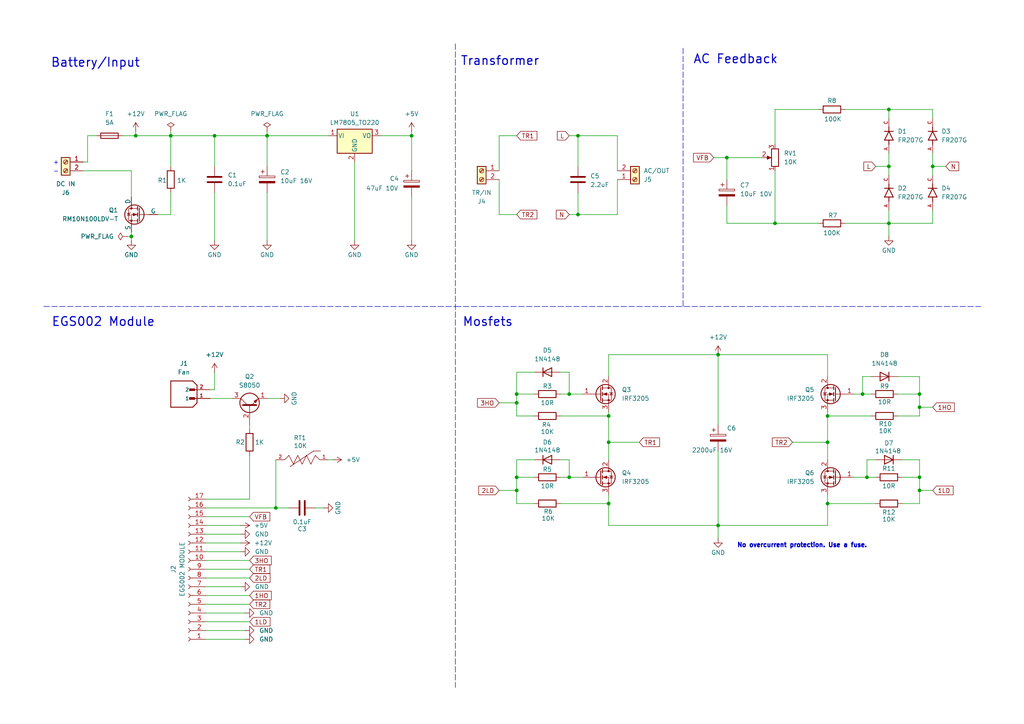
<source format=kicad_sch>
(kicad_sch (version 20231120) (generator "eeschema") (generator_version "8.0")
  (paper "A4")
  (title_block (title "Mini DC-AC Inverter") (date "2025-01-21") (rev "1.0.1") (company "By stef") (comment 1 "Thanks to Ammar for the basics"))
  (lib_symbols
    (symbol "B2B-XH-A__LF__SN_:B2B-XH-A__LF__SN_" (pin_names (offset 1.016))
      (property "Reference" "J" (at -2.54 6.35 0))
      (property "Value" "B2B-XH-A__LF__SN_" (at -2.54 -5.08 0))
      (symbol "B2B-XH-A__LF__SN__0_0"
        (pin passive line (at -7.62 2.54 0) (length 5.08) (name "1") (number "1"))
        (pin passive line (at -7.62 0 0) (length 5.08) (name "2") (number "2"))
      )
    )
    (symbol "Connector:Conn_01x17_Socket" (pin_names (offset 1.016) hide)
      (property "Reference" "J" (at 0 22.86 0))
      (property "Value" "Conn_01x17_Socket" (at 0 -22.86 0))
      (symbol "Conn_01x17_Socket_1_1"
        (pin passive line (at -5.08 20.32 0) (length 3.81) (name "Pin_1") (number "1"))
        (pin passive line (at -5.08 -2.54 0) (length 3.81) (name "Pin_10") (number "10"))
        (pin passive line (at -5.08 -5.08 0) (length 3.81) (name "Pin_11") (number "11"))
        (pin passive line (at -5.08 -7.62 0) (length 3.81) (name "Pin_12") (number "12"))
        (pin passive line (at -5.08 -10.16 0) (length 3.81) (name "Pin_13") (number "13"))
        (pin passive line (at -5.08 -12.7 0) (length 3.81) (name "Pin_14") (number "14"))
        (pin passive line (at -5.08 -15.24 0) (length 3.81) (name "Pin_15") (number "15"))
        (pin passive line (at -5.08 -17.78 0) (length 3.81) (name "Pin_16") (number "16"))
        (pin passive line (at -5.08 -20.32 0) (length 3.81) (name "Pin_17") (number "17"))
        (pin passive line (at -5.08 17.78 0) (length 3.81) (name "Pin_2") (number "2"))
        (pin passive line (at -5.08 15.24 0) (length 3.81) (name "Pin_3") (number "3"))
        (pin passive line (at -5.08 12.7 0) (length 3.81) (name "Pin_4") (number "4"))
        (pin passive line (at -5.08 10.16 0) (length 3.81) (name "Pin_5") (number "5"))
        (pin passive line (at -5.08 7.62 0) (length 3.81) (name "Pin_6") (number "6"))
        (pin passive line (at -5.08 5.08 0) (length 3.81) (name "Pin_7") (number "7"))
        (pin passive line (at -5.08 2.54 0) (length 3.81) (name "Pin_8") (number "8"))
        (pin passive line (at -5.08 0 0) (length 3.81) (name "Pin_9") (number "9"))
      )
    )
    (symbol "Connector:Screw_Terminal_01x02" (pin_names (offset 1.016) hide)
      (property "Reference" "J" (at 0 2.54 0))
      (property "Value" "Screw_Terminal_01x02" (at 0 -5.08 0))
      (symbol "Screw_Terminal_01x02_1_1"
        (pin passive line (at -5.08 0 0) (length 3.81) (name "Pin_1") (number "1"))
        (pin passive line (at -5.08 -2.54 0) (length 3.81) (name "Pin_2") (number "2"))
      )
    )
    (symbol "Device:C" (pin_numbers hide) (pin_names (offset 0.254))
      (property "Reference" "C" (at 0.635 2.54 0))
      (property "Value" "C" (at 0.635 -2.54 0))
      (symbol "C_1_1"
        (pin passive line (at 0 3.81 270) (length 2.794) (name "~") (number "1"))
        (pin passive line (at 0 -3.81 90) (length 2.794) (name "~") (number "2"))
      )
    )
    (symbol "Device:C_Polarized" (pin_numbers hide) (pin_names (offset 0.254))
      (property "Reference" "C" (at 0.635 2.54 0))
      (property "Value" "C_Polarized" (at 0.635 -2.54 0))
      (symbol "C_Polarized_1_1"
        (pin passive line (at 0 3.81 270) (length 2.794) (name "~") (number "1"))
        (pin passive line (at 0 -3.81 90) (length 2.794) (name "~") (number "2"))
      )
    )
    (symbol "Device:Fuse" (pin_numbers hide) (pin_names (offset 0))
      (property "Reference" "F" (at 2.032 0 90))
      (property "Value" "Fuse" (at -1.905 0 90))
      (symbol "Fuse_1_1"
        (pin passive line (at 0 3.81 270) (length 1.27) (name "~") (number "1"))
        (pin passive line (at 0 -3.81 90) (length 1.27) (name "~") (number "2"))
      )
    )
    (symbol "Device:R" (pin_numbers hide) (pin_names (offset 0))
      (property "Reference" "R" (at 2.032 0 90))
      (property "Value" "R" (at 0 0 90))
      (symbol "R_1_1"
        (pin passive line (at 0 3.81 270) (length 1.27) (name "~") (number "1"))
        (pin passive line (at 0 -3.81 90) (length 1.27) (name "~") (number "2"))
      )
    )
    (symbol "Device:R_Potentiometer" (pin_names (offset 1.016) hide)
      (property "Reference" "RV" (at -4.445 0 90))
      (property "Value" "R_Potentiometer" (at -2.54 0 90))
      (symbol "R_Potentiometer_1_1"
        (pin passive line (at 0 3.81 270) (length 1.27) (name "1") (number "1"))
        (pin passive line (at 3.81 0 180) (length 1.27) (name "2") (number "2"))
        (pin passive line (at 0 -3.81 90) (length 1.27) (name "3") (number "3"))
      )
    )
    (symbol "Diode:1N4148" (pin_numbers hide) (pin_names hide)
      (property "Reference" "D" (at 0 2.54 0))
      (property "Value" "1N4148" (at 0 -2.54 0))
      (symbol "1N4148_1_1"
        (pin passive line (at -3.81 0 0) (length 2.54) (name "K") (number "1"))
        (pin passive line (at 3.81 0 180) (length 2.54) (name "A") (number "2"))
      )
    )
    (symbol "FR207G:FR207G" (pin_names (offset 1.016))
      (property "Reference" "D" (at -5.08 2.54 0))
      (property "Value" "FR207G" (at -5.08 -3.81 0))
      (symbol "FR207G_0_0"
        (pin passive line (at -5.08 0 0) (length 2.54) (name "~") (number "A"))
        (pin passive line (at 5.08 0 180) (length 2.54) (name "~") (number "C"))
      )
    )
    (symbol "NXRT15WB333JA3A016:NXRT15WB333JA3A016" (pin_names (offset 1.016))
      (property "Reference" "RT" (at -5.091 2.5455 0))
      (property "Value" "NXRT15WB333JA3A016" (at -5.098 -5.098 0))
      (symbol "NXRT15WB333JA3A016_0_0"
        (pin passive line (at -7.62 0 0) (length 2.54) (name "~") (number "1"))
        (pin passive line (at 7.62 0 180) (length 2.54) (name "~") (number "2"))
      )
    )
    (symbol "Regulator_Linear:LM7805_TO220" (pin_names (offset 0.254))
      (property "Reference" "U" (at -3.81 3.175 0))
      (property "Value" "LM7805_TO220" (at 0 3.175 0))
      (symbol "LM7805_TO220_1_1"
        (pin power_in line (at -7.62 0 0) (length 2.54) (name "VI") (number "1"))
        (pin power_in line (at 0 -7.62 90) (length 2.54) (name "GND") (number "2"))
        (pin power_out line (at 7.62 0 180) (length 2.54) (name "VO") (number "3"))
      )
    )
    (symbol "Simulation_SPICE:NMOS" (pin_numbers hide) (pin_names (offset 0))
      (property "Reference" "Q" (at 5.08 1.27 0))
      (property "Value" "NMOS" (at 5.08 -1.27 0))
      (symbol "NMOS_1_1"
        (pin passive line (at 2.54 5.08 270) (length 2.54) (name "D") (number "1"))
        (pin input line (at -5.08 0 0) (length 2.54) (name "G") (number "2"))
        (pin passive line (at 2.54 -5.08 90) (length 2.54) (name "S") (number "3"))
      )
    )
    (symbol "Transistor_BJT:S8050" (pin_names (offset 0) hide)
      (property "Reference" "Q" (at 5.08 1.905 0))
      (property "Value" "S8050" (at 5.08 0 0))
      (symbol "S8050_1_1"
        (pin passive line (at 2.54 -5.08 90) (length 2.54) (name "E") (number "1"))
        (pin input line (at -5.08 0 0) (length 5.08) (name "B") (number "2"))
        (pin passive line (at 2.54 5.08 270) (length 2.54) (name "C") (number "3"))
      )
    )
    (symbol "Transistor_FET:IRF3205" (pin_names hide)
      (property "Reference" "Q" (at 5.08 1.905 0))
      (property "Value" "IRF3205" (at 5.08 0 0))
      (symbol "IRF3205_1_1"
        (pin input line (at -5.08 0 0) (length 2.54) (name "G") (number "1"))
        (pin passive line (at 2.54 5.08 270) (length 2.54) (name "D") (number "2"))
        (pin passive line (at 2.54 -5.08 90) (length 2.54) (name "S") (number "3"))
      )
    )
    (symbol "power:+12V" (power) (pin_numbers hide) (pin_names (offset 0) hide)
      (property "Value" "+12V" (at 0 3.556 0))
      (symbol "+12V_1_1"
        (pin power_in line (at 0 0 90) (length 0) (name "~") (number "1"))
      )
    )
    (symbol "power:+5V" (power) (pin_numbers hide) (pin_names (offset 0) hide)
      (property "Value" "+5V" (at 0 3.556 0))
      (symbol "+5V_1_1"
        (pin power_in line (at 0 0 90) (length 0) (name "~") (number "1"))
      )
    )
    (symbol "power:GND" (power) (pin_numbers hide) (pin_names (offset 0) hide)
      (property "Value" "GND" (at 0 -3.81 0))
      (symbol "GND_1_1"
        (pin power_in line (at 0 0 270) (length 0) (name "~") (number "1"))
      )
    )
    (symbol "power:PWR_FLAG" (power) (pin_numbers hide) (pin_names (offset 0) hide)
      (property "Value" "PWR_FLAG" (at 0 3.81 0))
      (symbol "PWR_FLAG_0_0"
        (pin power_out line (at 0 0 90) (length 0) (name "~") (number "1"))
      )
    )
  )
  (junction (at 240.03 128.27))
  (junction (at 62.23 39.37))
  (junction (at 167.64 39.37))
  (junction (at 176.53 128.27))
  (junction (at 176.53 120.65))
  (junction (at 266.7 138.43))
  (junction (at 39.37 39.37))
  (junction (at 49.53 39.37))
  (junction (at 266.7 142.24))
  (junction (at 266.7 118.11))
  (junction (at 149.86 138.43))
  (junction (at 165.1 138.43))
  (junction (at 149.86 142.24))
  (junction (at 270.51 48.26))
  (junction (at 167.64 62.23))
  (junction (at 251.46 138.43))
  (junction (at 257.81 64.77))
  (junction (at 257.81 31.75))
  (junction (at 250.19 114.3))
  (junction (at 257.81 48.26))
  (junction (at 149.86 114.3))
  (junction (at 77.47 39.37))
  (junction (at 176.53 146.05))
  (junction (at 208.28 102.87))
  (junction (at 224.79 64.77))
  (junction (at 266.7 114.3))
  (junction (at 80.01 147.32))
  (junction (at 149.86 116.84))
  (junction (at 240.03 120.65))
  (junction (at 240.03 146.05))
  (junction (at 210.82 45.72))
  (junction (at 208.28 152.4))
  (junction (at 119.38 39.37))
  (junction (at 165.1 114.3))
  (junction (at 38.1 68.58))
  (wire (pts (xy 38.1 49.53) (xy 24.13 49.53)))
  (wire (pts (xy 59.69 180.34) (xy 72.39 180.34)))
  (wire (pts (xy 62.23 55.88) (xy 62.23 69.85)))
  (wire (pts (xy 59.69 157.48) (xy 69.85 157.48)))
  (wire (pts (xy 224.79 31.75) (xy 224.79 41.91)))
  (wire (pts (xy 251.46 138.43) (xy 254 138.43)))
  (wire (pts (xy 250.19 114.3) (xy 252.73 114.3)))
  (wire (pts (xy 165.1 107.95) (xy 165.1 114.3)))
  (wire (pts (xy 154.94 120.65) (xy 149.86 120.65)))
  (wire (pts (xy 260.35 109.22) (xy 266.7 109.22)))
  (wire (pts (xy 229.87 128.27) (xy 240.03 128.27)))
  (wire (pts (xy 257.81 31.75) (xy 257.81 34.29)))
  (wire (pts (xy 119.38 38.1) (xy 119.38 39.37)))
  (wire (pts (xy 25.4 46.99) (xy 25.4 39.37)))
  (wire (pts (xy 240.03 120.65) (xy 240.03 128.27)))
  (wire (pts (xy 240.03 102.87) (xy 240.03 109.22)))
  (wire (pts (xy 59.69 182.88) (xy 71.12 182.88)))
  (wire (pts (xy 59.69 165.1) (xy 72.39 165.1)))
  (wire (pts (xy 91.44 147.32) (xy 93.98 147.32)))
  (wire (pts (xy 247.65 114.3) (xy 250.19 114.3)))
  (wire (pts (xy 270.51 60.96) (xy 270.51 64.77)))
  (wire (pts (xy 266.7 133.35) (xy 266.7 138.43)))
  (wire (pts (xy 49.53 62.23) (xy 49.53 55.88)))
  (wire (pts (xy 144.78 49.53) (xy 144.78 39.37)))
  (wire (pts (xy 165.1 133.35) (xy 165.1 138.43)))
  (wire (pts (xy 240.03 128.27) (xy 240.03 133.35)))
  (wire (pts (xy 162.56 114.3) (xy 165.1 114.3)))
  (wire (pts (xy 59.69 177.8) (xy 71.12 177.8)))
  (wire (pts (xy 179.07 52.07) (xy 179.07 62.23)))
  (wire (pts (xy 59.69 162.56) (xy 72.39 162.56)))
  (wire (pts (xy 210.82 64.77) (xy 224.79 64.77)))
  (wire (pts (xy 162.56 107.95) (xy 165.1 107.95)))
  (wire (pts (xy 240.03 120.65) (xy 252.73 120.65)))
  (wire (pts (xy 266.7 109.22) (xy 266.7 114.3)))
  (wire (pts (xy 59.69 147.32) (xy 80.01 147.32)))
  (wire (pts (xy 119.38 49.53) (xy 119.38 39.37)))
  (wire (pts (xy 176.53 152.4) (xy 176.53 146.05)))
  (wire (pts (xy 208.28 102.87) (xy 240.03 102.87)))
  (wire (pts (xy 144.78 62.23) (xy 149.86 62.23)))
  (wire (pts (xy 167.64 39.37) (xy 167.64 48.26)))
  (wire (pts (xy 59.69 170.18) (xy 69.85 170.18)))
  (wire (pts (xy 176.53 102.87) (xy 208.28 102.87)))
  (wire (pts (xy 270.51 142.24) (xy 266.7 142.24)))
  (wire (pts (xy 266.7 142.24) (xy 266.7 138.43)))
  (wire (pts (xy 149.86 107.95) (xy 149.86 114.3)))
  (wire (pts (xy 266.7 114.3) (xy 260.35 114.3)))
  (wire (pts (xy 154.94 146.05) (xy 149.86 146.05)))
  (wire (pts (xy 270.51 118.11) (xy 266.7 118.11)))
  (wire (pts (xy 210.82 59.69) (xy 210.82 64.77)))
  (wire (pts (xy 72.39 123.19) (xy 72.39 124.46)))
  (wire (pts (xy 38.1 69.85) (xy 38.1 68.58)))
  (wire (pts (xy 247.65 138.43) (xy 251.46 138.43)))
  (wire (pts (xy 162.56 133.35) (xy 165.1 133.35)))
  (wire (pts (xy 176.53 109.22) (xy 176.53 102.87)))
  (wire (pts (xy 39.37 39.37) (xy 49.53 39.37)))
  (wire (pts (xy 39.37 38.1) (xy 39.37 39.37)))
  (wire (pts (xy 254 133.35) (xy 251.46 133.35)))
  (wire (pts (xy 240.03 119.38) (xy 240.03 120.65)))
  (wire (pts (xy 266.7 138.43) (xy 261.62 138.43)))
  (wire (pts (xy 154.94 107.95) (xy 149.86 107.95)))
  (wire (pts (xy 59.69 185.42) (xy 71.12 185.42)))
  (wire (pts (xy 270.51 48.26) (xy 270.51 50.8)))
  (wire (pts (xy 257.81 48.26) (xy 257.81 50.8)))
  (polyline (pts (xy 132.08 88.9) (xy 284.48 88.9)) (stroke (width 0) (type dash)))
  (wire (pts (xy 162.56 146.05) (xy 176.53 146.05)))
  (wire (pts (xy 80.01 147.32) (xy 83.82 147.32)))
  (wire (pts (xy 165.1 138.43) (xy 168.91 138.43)))
  (wire (pts (xy 254 48.26) (xy 257.81 48.26)))
  (wire (pts (xy 210.82 45.72) (xy 220.98 45.72)))
  (wire (pts (xy 77.47 38.1) (xy 77.47 39.37)))
  (wire (pts (xy 77.47 55.88) (xy 77.47 69.85)))
  (wire (pts (xy 167.64 55.88) (xy 167.64 62.23)))
  (wire (pts (xy 25.4 39.37) (xy 27.94 39.37)))
  (wire (pts (xy 208.28 152.4) (xy 176.53 152.4)))
  (wire (pts (xy 245.11 31.75) (xy 257.81 31.75)))
  (wire (pts (xy 72.39 132.08) (xy 72.39 144.78)))
  (wire (pts (xy 176.53 119.38) (xy 176.53 120.65)))
  (wire (pts (xy 176.53 133.35) (xy 176.53 128.27)))
  (polyline (pts (xy 132.08 12.7) (xy 132.08 199.39)) (stroke (width 0) (type dash)))
  (wire (pts (xy 257.81 44.45) (xy 257.81 48.26)))
  (wire (pts (xy 162.56 120.65) (xy 176.53 120.65)))
  (wire (pts (xy 179.07 39.37) (xy 167.64 39.37)))
  (wire (pts (xy 185.42 128.27) (xy 176.53 128.27)))
  (wire (pts (xy 77.47 115.57) (xy 81.28 115.57)))
  (wire (pts (xy 240.03 146.05) (xy 254 146.05)))
  (wire (pts (xy 69.85 154.94) (xy 59.69 154.94)))
  (wire (pts (xy 270.51 64.77) (xy 257.81 64.77)))
  (wire (pts (xy 208.28 102.87) (xy 208.28 123.19)))
  (wire (pts (xy 154.94 133.35) (xy 149.86 133.35)))
  (wire (pts (xy 251.46 133.35) (xy 251.46 138.43)))
  (wire (pts (xy 62.23 107.95) (xy 62.23 113.03)))
  (wire (pts (xy 208.28 130.81) (xy 208.28 152.4)))
  (wire (pts (xy 266.7 118.11) (xy 266.7 114.3)))
  (wire (pts (xy 59.69 175.26) (xy 72.39 175.26)))
  (wire (pts (xy 208.28 152.4) (xy 240.03 152.4)))
  (wire (pts (xy 149.86 138.43) (xy 154.94 138.43)))
  (wire (pts (xy 144.78 52.07) (xy 144.78 62.23)))
  (wire (pts (xy 24.13 46.99) (xy 25.4 46.99)))
  (wire (pts (xy 250.19 109.22) (xy 250.19 114.3)))
  (wire (pts (xy 240.03 152.4) (xy 240.03 146.05)))
  (wire (pts (xy 95.25 133.35) (xy 96.52 133.35)))
  (wire (pts (xy 165.1 114.3) (xy 168.91 114.3)))
  (wire (pts (xy 144.78 116.84) (xy 149.86 116.84)))
  (wire (pts (xy 270.51 44.45) (xy 270.51 48.26)))
  (wire (pts (xy 49.53 39.37) (xy 62.23 39.37)))
  (wire (pts (xy 72.39 144.78) (xy 59.69 144.78)))
  (wire (pts (xy 62.23 39.37) (xy 77.47 39.37)))
  (wire (pts (xy 149.86 116.84) (xy 149.86 114.3)))
  (wire (pts (xy 80.01 133.35) (xy 80.01 147.32)))
  (wire (pts (xy 245.11 64.77) (xy 257.81 64.77)))
  (wire (pts (xy 149.86 146.05) (xy 149.86 142.24)))
  (wire (pts (xy 270.51 34.29) (xy 270.51 31.75)))
  (wire (pts (xy 167.64 62.23) (xy 165.1 62.23)))
  (wire (pts (xy 162.56 138.43) (xy 165.1 138.43)))
  (wire (pts (xy 179.07 49.53) (xy 179.07 39.37)))
  (wire (pts (xy 38.1 68.58) (xy 38.1 67.31)))
  (wire (pts (xy 35.56 39.37) (xy 39.37 39.37)))
  (wire (pts (xy 257.81 60.96) (xy 257.81 64.77)))
  (wire (pts (xy 60.96 113.03) (xy 62.23 113.03)))
  (wire (pts (xy 224.79 64.77) (xy 237.49 64.77)))
  (wire (pts (xy 119.38 39.37) (xy 110.49 39.37)))
  (wire (pts (xy 59.69 152.4) (xy 69.85 152.4)))
  (wire (pts (xy 274.32 48.26) (xy 270.51 48.26)))
  (wire (pts (xy 59.69 167.64) (xy 72.39 167.64)))
  (wire (pts (xy 208.28 156.21) (xy 208.28 152.4)))
  (wire (pts (xy 266.7 120.65) (xy 266.7 118.11)))
  (wire (pts (xy 149.86 114.3) (xy 154.94 114.3)))
  (wire (pts (xy 77.47 39.37) (xy 95.25 39.37)))
  (wire (pts (xy 144.78 142.24) (xy 149.86 142.24)))
  (polyline (pts (xy 12.7 88.9) (xy 132.08 88.9)) (stroke (width 0) (type dash)))
  (wire (pts (xy 167.64 39.37) (xy 165.1 39.37)))
  (wire (pts (xy 266.7 146.05) (xy 266.7 142.24)))
  (wire (pts (xy 149.86 120.65) (xy 149.86 116.84)))
  (wire (pts (xy 49.53 38.1) (xy 49.53 39.37)))
  (wire (pts (xy 224.79 49.53) (xy 224.79 64.77)))
  (wire (pts (xy 77.47 48.26) (xy 77.47 39.37)))
  (wire (pts (xy 36.83 68.58) (xy 38.1 68.58)))
  (wire (pts (xy 260.35 120.65) (xy 266.7 120.65)))
  (wire (pts (xy 240.03 143.51) (xy 240.03 146.05)))
  (wire (pts (xy 252.73 109.22) (xy 250.19 109.22)))
  (wire (pts (xy 62.23 39.37) (xy 62.23 48.26)))
  (wire (pts (xy 72.39 149.86) (xy 59.69 149.86)))
  (wire (pts (xy 144.78 39.37) (xy 149.86 39.37)))
  (wire (pts (xy 237.49 31.75) (xy 224.79 31.75)))
  (wire (pts (xy 210.82 45.72) (xy 210.82 52.07)))
  (wire (pts (xy 261.62 146.05) (xy 266.7 146.05)))
  (wire (pts (xy 119.38 57.15) (xy 119.38 69.85)))
  (wire (pts (xy 261.62 133.35) (xy 266.7 133.35)))
  (wire (pts (xy 176.53 120.65) (xy 176.53 128.27)))
  (wire (pts (xy 270.51 31.75) (xy 257.81 31.75)))
  (wire (pts (xy 176.53 143.51) (xy 176.53 146.05)))
  (wire (pts (xy 59.69 160.02) (xy 69.85 160.02)))
  (wire (pts (xy 207.01 45.72) (xy 210.82 45.72)))
  (wire (pts (xy 49.53 48.26) (xy 49.53 39.37)))
  (wire (pts (xy 102.87 46.99) (xy 102.87 69.85)))
  (wire (pts (xy 59.69 172.72) (xy 72.39 172.72)))
  (wire (pts (xy 38.1 49.53) (xy 38.1 57.15)))
  (wire (pts (xy 179.07 62.23) (xy 167.64 62.23)))
  (wire (pts (xy 45.72 62.23) (xy 49.53 62.23)))
  (polyline (pts (xy 198.12 13.97) (xy 198.12 88.9)) (stroke (width 0) (type dash)))
  (wire (pts (xy 149.86 142.24) (xy 149.86 138.43)))
  (wire (pts (xy 60.96 115.57) (xy 67.31 115.57)))
  (wire (pts (xy 149.86 133.35) (xy 149.86 138.43)))
  (wire (pts (xy 257.81 68.58) (xy 257.81 64.77)))
  (text "No overcurrent protection. Use a fuse." (at 232.664 158.242 0) (effects (font (size 1.27 1.27) (thickness 0.3175))))
  (text "-" (at 16.256 49.784 0) (effects (font (size 1.27 1.27))))
  (text "Battery/Input" (at 27.686 18.288 0) (effects (font (size 2.54 2.54) (thickness 0.3175))))
  (text "EGS002 Module" (at 29.972 93.472 0) (effects (font (size 2.54 2.54) (thickness 0.3175))))
  (text "+" (at 16.256 47.244 0) (effects (font (size 1.27 1.27))))
  (text "Transformer" (at 145.034 17.78 0) (effects (font (size 2.54 2.54) (thickness 0.3175))))
  (text "AC Feedback" (at 213.36 17.272 0) (effects (font (size 2.54 2.54) (thickness 0.3175))))
  (text "Mosfets" (at 141.478 93.472 0) (effects (font (size 2.54 2.54) (thickness 0.3175))))
  (global_label "1LD" (shape input) (at 270.51 142.24 0) (property "Intersheetrefs" "${INTERSHEET_REFS}" (effects (hide yes))))
  (global_label "1LD" (shape input) (at 72.39 180.34 0) (property "Intersheetrefs" "${INTERSHEET_REFS}" (effects (hide yes))))
  (global_label "TR1" (shape input) (at 72.39 165.1 0) (property "Intersheetrefs" "${INTERSHEET_REFS}" (effects (hide yes))))
  (global_label "TR2" (shape input) (at 229.87 128.27 180) (property "Intersheetrefs" "${INTERSHEET_REFS}" (effects (hide yes))))
  (global_label "TR1" (shape input) (at 149.86 39.37 0) (property "Intersheetrefs" "${INTERSHEET_REFS}" (effects (hide yes))))
  (global_label "L" (shape input) (at 165.1 39.37 180) (property "Intersheetrefs" "${INTERSHEET_REFS}" (effects (hide yes))))
  (global_label "VFB" (shape input) (at 72.39 149.86 0) (property "Intersheetrefs" "${INTERSHEET_REFS}" (effects (hide yes))))
  (global_label "2LD" (shape input) (at 72.39 167.64 0) (property "Intersheetrefs" "${INTERSHEET_REFS}" (effects (hide yes))))
  (global_label "3HO" (shape input) (at 144.78 116.84 180) (property "Intersheetrefs" "${INTERSHEET_REFS}" (effects (hide yes))))
  (global_label "TR2" (shape input) (at 72.39 175.26 0) (property "Intersheetrefs" "${INTERSHEET_REFS}" (effects (hide yes))))
  (global_label "VFB" (shape input) (at 207.01 45.72 180) (property "Intersheetrefs" "${INTERSHEET_REFS}" (effects (hide yes))))
  (global_label "1HO" (shape input) (at 270.51 118.11 0) (property "Intersheetrefs" "${INTERSHEET_REFS}" (effects (hide yes))))
  (global_label "N" (shape input) (at 165.1 62.23 180) (property "Intersheetrefs" "${INTERSHEET_REFS}" (effects (hide yes))))
  (global_label "N" (shape input) (at 274.32 48.26 0) (property "Intersheetrefs" "${INTERSHEET_REFS}" (effects (hide yes))))
  (global_label "TR1" (shape input) (at 185.42 128.27 0) (property "Intersheetrefs" "${INTERSHEET_REFS}" (effects (hide yes))))
  (global_label "3HO" (shape input) (at 72.39 162.56 0) (property "Intersheetrefs" "${INTERSHEET_REFS}" (effects (hide yes))))
  (global_label "L" (shape input) (at 254 48.26 180) (property "Intersheetrefs" "${INTERSHEET_REFS}" (effects (hide yes))))
  (global_label "1HO" (shape input) (at 72.39 172.72 0) (property "Intersheetrefs" "${INTERSHEET_REFS}" (effects (hide yes))))
  (global_label "TR2" (shape input) (at 149.86 62.23 0) (property "Intersheetrefs" "${INTERSHEET_REFS}" (effects (hide yes))))
  (global_label "2LD" (shape input) (at 144.78 142.24 180) (property "Intersheetrefs" "${INTERSHEET_REFS}" (effects (hide yes))))
  (symbol (lib_id "power:GND") (at 119.38 69.85 0) (unit 1)
    (property "Reference" "#PWR019" (effects (hide yes)))
    (property "Value" "GND" (at 119.38 73.914 0))
    (property "Description" "Power symbol creates a global label with name \"GND\" , ground" (effects (hide yes)))
  )
  (symbol (lib_id "power:GND") (at 69.85 170.18 90) (unit 1)
    (property "Reference" "#PWR09" (effects (hide yes)))
    (property "Value" "GND" (at 75.946 170.18 90))
    (property "Description" "Power symbol creates a global label with name \"GND\" , ground" (effects (hide yes)))
  )
  (symbol (lib_id "power:+12V") (at 69.85 157.48 270) (unit 1)
    (property "Reference" "#PWR07" (effects (hide yes)))
    (property "Value" "+12V" (at 73.66 157.4799 90) (effects (justify left)))
    (property "Description" "Power symbol creates a global label with name \"+12V\"" (effects (hide yes)))
  )
  (symbol (lib_id "Device:C") (at 167.64 52.07 0) (unit 1)
    (property "Reference" "C5" (at 171.196 51.054 0) (effects (justify left)))
    (property "Value" "2.2uF" (at 171.196 53.594 0) (effects (justify left)))
    (property "Footprint" "Capacitor_THT:C_Rect_L18.0mm_W8.0mm_P15.00mm_FKS3_FKP3" (effects (hide yes)))
    (property "Description" "Unpolarized capacitor" (effects (hide yes)))
    (property "Part#" "MKS4D042204F00KSSD" (effects (hide yes)))
    (property "Mouser" "505-MKS4D042204FKSSD" (effects (hide yes)))
  )
  (symbol (lib_id "Diode:1N4148") (at 158.75 133.35 0) (unit 1)
    (property "Reference" "D6" (at 158.75 128.27 0))
    (property "Value" "1N4148" (at 158.75 130.556 0))
    (property "Footprint" "Diode_THT:D_DO-35_SOD27_P7.62mm_Horizontal" (effects (hide yes)))
    (property "Datasheet" "https://assets.nexperia.com/documents/data-sheet/1N4148_1N4448.pdf" (effects (hide yes)))
    (property "Description" "100V 0.15A standard switching diode, DO-35" (effects (hide yes)))
    (property "Sim.Device" "D" (effects (hide yes)))
    (property "Sim.Pins" "1=K 2=A" (effects (hide yes)))
  )
  (symbol (lib_id "Device:R") (at 241.3 31.75 270) (unit 1)
    (property "Reference" "R8" (at 241.3 29.21 90))
    (property "Value" "100K" (at 241.554 34.544 90))
    (property "Footprint" "Resistor_THT:R_Axial_DIN0207_L6.3mm_D2.5mm_P10.16mm_Horizontal" (effects (hide yes)))
    (property "Description" "Resistor" (effects (hide yes)))
  )
  (symbol (lib_id "Device:C_Polarized") (at 77.47 52.07 0) (unit 1)
    (property "Reference" "C2" (at 81.28 49.9109 0) (effects (justify left)))
    (property "Value" "10uF 16V" (at 81.28 52.4509 0) (effects (justify left)))
    (property "Footprint" "Capacitor_THT:CP_Radial_D5.0mm_P2.50mm" (effects (hide yes)))
    (property "Description" "Polarized capacitor" (effects (hide yes)))
  )
  (symbol (lib_id "power:+5V") (at 69.85 152.4 270) (unit 1)
    (property "Reference" "#PWR05" (effects (hide yes)))
    (property "Value" "+5V" (at 73.66 152.3999 90) (effects (justify left)))
    (property "Description" "Power symbol creates a global label with name \"+5V\"" (effects (hide yes)))
  )
  (symbol (lib_id "Connector:Screw_Terminal_01x02") (at 19.05 46.99 0) (mirror y) (unit 1)
    (property "Reference" "J6" (at 19.05 55.88 0))
    (property "Value" "DC IN" (at 19.05 53.34 0))
    (property "Footprint" "External Libraries:TerminalBlock_Phoenix_PT-1,5-2-5.0-H_1x02_P5.00mm_Horizontal_faston" (effects (hide yes)))
    (property "Description" "Generic screw terminal, single row, 01x02, script generated (kicad-library-utils/schlib/autogen/connector/)" (effects (hide yes)))
  )
  (symbol (lib_id "Device:R") (at 257.81 138.43 90) (unit 1)
    (property "Reference" "R11" (at 257.81 135.89 90))
    (property "Value" "10R" (at 257.81 140.97 90))
    (property "Footprint" "Resistor_THT:R_Axial_DIN0207_L6.3mm_D2.5mm_P10.16mm_Horizontal" (effects (hide yes)))
    (property "Description" "Resistor" (effects (hide yes)))
  )
  (symbol (lib_id "B2B-XH-A__LF__SN_:B2B-XH-A__LF__SN_") (at 53.34 113.03 180) (unit 1)
    (property "Reference" "J1" (at 53.34 105.41 0))
    (property "Value" "Fan" (at 53.34 107.95 0))
    (property "Footprint" "Connector_JST:JST_XH_B2B-XH-A_1x02_P2.50mm_Vertical" (effects (hide yes)))
    (property "MF" "JST Sales" (effects (hide yes)))
    (property "MAXIMUM_PACKAGE_HEIGHT" "7 mm" (effects (hide yes)))
    (property "Package" "None" (effects (hide yes)))
    (property "Price" "None" (effects (hide yes)))
    (property "Check_prices" "https://www.snapeda.com/parts/B2B-XH-A%20(LF)(SN)/JST+Sales+America+Inc./view-part/?ref=eda" (effects (hide yes)))
    (property "STANDARD" "Manufacturer Recommendations" (effects (hide yes)))
    (property "PARTREV" "N/A" (effects (hide yes)))
    (property "SnapEDA_Link" "https://www.snapeda.com/parts/B2B-XH-A%20(LF)(SN)/JST+Sales+America+Inc./view-part/?ref=snap" (effects (hide yes)))
    (property "MP" "B2B-XH-A (LF)(SN)" (effects (hide yes)))
    (property "Purchase-URL" "https://www.snapeda.com/api/url_track_click_mouser/?unipart_id=1904846&manufacturer=JST Sales&part_name=B2B-XH-A (LF)(SN)&search_term=b2b-xh-a_lf__sn_" (effects (hide yes)))
    (property "Description_1" "\nConnector Header Through Hole 2 position 0.098 (2.50mm)\n" (effects (hide yes)))
    (property "MANUFACTURER" "JST Sales America Inc." (effects (hide yes)))
    (property "Availability" "In Stock" (effects (hide yes)))
    (property "SNAPEDA_PN" "B2B-XH-A (LF)(SN)" (effects (hide yes)))
  )
  (symbol (lib_id "Device:R") (at 49.53 52.07 0) (unit 1)
    (property "Reference" "R1" (at 45.72 52.324 0) (effects (justify left)))
    (property "Value" "1K" (at 51.308 52.324 0) (effects (justify left)))
    (property "Footprint" "Resistor_THT:R_Axial_DIN0207_L6.3mm_D2.5mm_P2.54mm_Vertical" (effects (hide yes)))
    (property "Description" "Resistor" (effects (hide yes)))
  )
  (symbol (lib_id "power:+12V") (at 62.23 107.95 0) (unit 1)
    (property "Reference" "#PWR04" (effects (hide yes)))
    (property "Value" "+12V" (at 62.23 102.87 0))
    (property "Description" "Power symbol creates a global label with name \"+12V\"" (effects (hide yes)))
  )
  (symbol (lib_id "Device:R") (at 158.75 146.05 90) (unit 1)
    (property "Reference" "R6" (at 159.004 148.336 90))
    (property "Value" "10K" (at 159.004 150.368 90))
    (property "Footprint" "Resistor_THT:R_Axial_DIN0207_L6.3mm_D2.5mm_P10.16mm_Horizontal" (effects (hide yes)))
    (property "Description" "Resistor" (effects (hide yes)))
  )
  (symbol (lib_id "FR207G:FR207G") (at 257.81 39.37 90) (unit 1)
    (property "Reference" "D1" (at 260.35 38.0999 90) (effects (justify right)))
    (property "Value" "FR207G" (at 260.35 40.6399 90) (effects (justify right)))
    (property "Footprint" "External Libraries:FR207G" (effects (hide yes)))
    (property "MF" "Taiwan Semiconductor" (effects (hide yes)))
    (property "MAXIMUM_PACKAGE_HEIGHT" "3.6 mm" (effects (hide yes)))
    (property "Package" "DO-15 Taiwan Semiconductor" (effects (hide yes)))
    (property "Price" "None" (effects (hide yes)))
    (property "Check_prices" "https://www.snapeda.com/parts/FR207G/Taiwan+Semiconductor/view-part/?ref=eda" (effects (hide yes)))
    (property "STANDARD" "IPC-7351B" (effects (hide yes)))
    (property "PARTREV" "F2105" (effects (hide yes)))
    (property "SnapEDA_Link" "https://www.snapeda.com/parts/FR207G/Taiwan+Semiconductor/view-part/?ref=snap" (effects (hide yes)))
    (property "MP" "FR207G" (effects (hide yes)))
    (property "Purchase-URL" "https://www.snapeda.com/api/url_track_click_mouser/?unipart_id=778169&manufacturer=Taiwan Semiconductor&part_name=FR207G&search_term=fr207 diode" (effects (hide yes)))
    (property "Description_1" "\n500ns, 2A, 1000V, Fast Recovery Rectifier\n" (effects (hide yes)))
    (property "Availability" "In Stock" (effects (hide yes)))
    (property "MANUFACTURER" "Taiwan Semiconductor" (effects (hide yes)))
    (property "Part#" "FR207G" (effects (hide yes)))
    (property "Mouser" "821-FR207G" (effects (hide yes)))
  )
  (symbol (lib_id "Connector:Conn_01x17_Socket") (at 54.61 165.1 180) (unit 1)
    (property "Reference" "J2" (at 50.292 165.1 90))
    (property "Value" "EGS002 MODULE" (at 52.832 165.1 90))
    (property "Footprint" "Connector_PinSocket_2.54mm:PinSocket_1x17_P2.54mm_Vertical" (effects (hide yes)))
    (property "Description" "Generic connector, single row, 01x17, script generated" (effects (hide yes)))
  )
  (symbol (lib_id "FR207G:FR207G") (at 270.51 55.88 90) (unit 1)
    (property "Reference" "D4" (at 273.05 54.6099 90) (effects (justify right)))
    (property "Value" "FR207G" (at 273.05 57.1499 90) (effects (justify right)))
    (property "Footprint" "External Libraries:FR207G" (effects (hide yes)))
    (property "Part#" "FR207G" (effects (hide yes)))
    (property "Mouser" "821-FR207G" (effects (hide yes)))
  )
  (symbol (lib_id "power:GND") (at 71.12 185.42 90) (unit 1)
    (property "Reference" "#PWR012" (effects (hide yes)))
    (property "Value" "GND" (at 77.216 185.42 90))
    (property "Description" "Power symbol creates a global label with name \"GND\" , ground" (effects (hide yes)))
  )
  (symbol (lib_id "FR207G:FR207G") (at 270.51 39.37 90) (unit 1)
    (property "Reference" "D3" (at 273.05 38.0999 90) (effects (justify right)))
    (property "Value" "FR207G" (at 273.05 40.6399 90) (effects (justify right)))
    (property "Footprint" "External Libraries:FR207G" (effects (hide yes)))
    (property "MF" "Taiwan Semiconductor" (effects (hide yes)))
    (property "MAXIMUM_PACKAGE_HEIGHT" "3.6 mm" (effects (hide yes)))
    (property "Package" "DO-15 Taiwan Semiconductor" (effects (hide yes)))
    (property "Price" "None" (effects (hide yes)))
    (property "Check_prices" "https://www.snapeda.com/parts/FR207G/Taiwan+Semiconductor/view-part/?ref=eda" (effects (hide yes)))
    (property "STANDARD" "IPC-7351B" (effects (hide yes)))
    (property "PARTREV" "F2105" (effects (hide yes)))
    (property "SnapEDA_Link" "https://www.snapeda.com/parts/FR207G/Taiwan+Semiconductor/view-part/?ref=snap" (effects (hide yes)))
    (property "MP" "FR207G" (effects (hide yes)))
    (property "Purchase-URL" "https://www.snapeda.com/api/url_track_click_mouser/?unipart_id=778169&manufacturer=Taiwan Semiconductor&part_name=FR207G&search_term=fr207 diode" (effects (hide yes)))
    (property "Description_1" "\n500ns, 2A, 1000V, Fast Recovery Rectifier\n" (effects (hide yes)))
    (property "Availability" "In Stock" (effects (hide yes)))
    (property "MANUFACTURER" "Taiwan Semiconductor" (effects (hide yes)))
    (property "Part#" "FR207G" (effects (hide yes)))
    (property "Mouser" "821-FR207G" (effects (hide yes)))
  )
  (symbol (lib_id "Device:C") (at 62.23 52.07 0) (unit 1)
    (property "Reference" "C1" (at 66.04 50.7999 0) (effects (justify left)))
    (property "Value" "0.1uF" (at 66.04 53.3399 0) (effects (justify left)))
    (property "Footprint" "Capacitor_THT:C_Rect_L7.2mm_W2.5mm_P5.00mm_FKS2_FKP2_MKS2_MKP2" (effects (hide yes)))
    (property "Description" "Unpolarized capacitor" (effects (hide yes)))
  )
  (symbol (lib_id "Connector:Screw_Terminal_01x02") (at 139.7 49.53 0) (mirror y) (unit 1)
    (property "Reference" "J4" (at 139.7 58.42 0))
    (property "Value" "TR/IN" (at 139.7 55.88 0))
    (property "Footprint" "External Libraries:TerminalBlock_Phoenix_PT-1,5-2-5.0-H_1x02_P5.00mm_Horizontal_faston" (effects (hide yes)))
    (property "Description" "Generic screw terminal, single row, 01x02, script generated (kicad-library-utils/schlib/autogen/connector/)" (effects (hide yes)))
  )
  (symbol (lib_id "Device:R") (at 257.81 146.05 90) (unit 1)
    (property "Reference" "R12" (at 257.81 148.59 90))
    (property "Value" "10K" (at 257.81 150.622 90))
    (property "Footprint" "Resistor_THT:R_Axial_DIN0207_L6.3mm_D2.5mm_P10.16mm_Horizontal" (effects (hide yes)))
    (property "Description" "Resistor" (effects (hide yes)))
  )
  (symbol (lib_id "power:GND") (at 62.23 69.85 0) (unit 1)
    (property "Reference" "#PWR03" (effects (hide yes)))
    (property "Value" "GND" (at 62.23 73.914 0))
    (property "Description" "Power symbol creates a global label with name \"GND\" , ground" (effects (hide yes)))
  )
  (symbol (lib_id "power:PWR_FLAG") (at 49.53 38.1 0) (unit 1)
    (property "Reference" "#FLG02" (effects (hide yes)))
    (property "Value" "PWR_FLAG" (at 49.53 33.02 0))
    (property "Description" "Special symbol for telling ERC where power comes from" (effects (hide yes)))
  )
  (symbol (lib_id "power:GND") (at 93.98 147.32 90) (unit 1)
    (property "Reference" "#PWR016" (effects (hide yes)))
    (property "Value" "GND" (at 98.044 147.32 0))
    (property "Description" "Power symbol creates a global label with name \"GND\" , ground" (effects (hide yes)))
  )
  (symbol (lib_id "Device:R") (at 256.54 120.65 90) (unit 1)
    (property "Reference" "R10" (at 256.794 122.936 90))
    (property "Value" "10K" (at 256.794 124.968 90))
    (property "Footprint" "Resistor_THT:R_Axial_DIN0207_L6.3mm_D2.5mm_P10.16mm_Horizontal" (effects (hide yes)))
    (property "Description" "Resistor" (effects (hide yes)))
  )
  (symbol (lib_id "Device:Fuse") (at 31.75 39.37 90) (unit 1)
    (property "Reference" "F1" (at 31.75 33.02 90))
    (property "Value" "5A" (at 31.75 35.56 90))
    (property "Footprint" "Fuse:Fuse_Littelfuse_372_D8.50mm" (effects (hide yes)))
    (property "Description" "Fuse" (effects (hide yes)))
  )
  (symbol (lib_id "power:GND") (at 77.47 69.85 0) (unit 1)
    (property "Reference" "#PWR013" (effects (hide yes)))
    (property "Value" "GND" (at 77.47 73.914 0))
    (property "Description" "Power symbol creates a global label with name \"GND\" , ground" (effects (hide yes)))
  )
  (symbol (lib_id "Simulation_SPICE:NMOS") (at 40.64 62.23 0) (mirror y) (unit 1)
    (property "Reference" "Q1" (at 34.29 60.9599 0) (effects (justify left)))
    (property "Value" "RM10N100LDV-T" (at 34.29 63.4999 0) (effects (justify left)))
    (property "Footprint" "Package_TO_SOT_SMD:TO-252-3_TabPin2" (effects (hide yes)))
    (property "Datasheet" "https://ngspice.sourceforge.io/docs/ngspice-html-manual/manual.xhtml#cha_MOSFETs" (effects (hide yes)))
    (property "Description" "N-MOSFET transistor, drain/source/gate" (effects (hide yes)))
    (property "Sim.Device" "NMOS" (effects (hide yes)))
    (property "Sim.Type" "VDMOS" (effects (hide yes)))
    (property "Sim.Pins" "1=D 2=G 3=S" (effects (hide yes)))
    (property "Part#" "RD3P03BBHTL1" (effects (hide yes)))
    (property "Mouser" "755-RD3P03BBHTL1" (effects (hide yes)))
  )
  (symbol (lib_id "Device:R") (at 158.75 138.43 90) (unit 1)
    (property "Reference" "R5" (at 158.75 136.144 90))
    (property "Value" "10R" (at 158.75 140.97 90))
    (property "Footprint" "Resistor_THT:R_Axial_DIN0207_L6.3mm_D2.5mm_P10.16mm_Horizontal" (effects (hide yes)))
    (property "Description" "Resistor" (effects (hide yes)))
  )
  (symbol (lib_id "Device:R") (at 72.39 128.27 180) (unit 1)
    (property "Reference" "R2" (at 68.326 128.27 0) (effects (justify right)))
    (property "Value" "1K" (at 73.914 128.27 0) (effects (justify right)))
    (property "Footprint" "Resistor_THT:R_Axial_DIN0207_L6.3mm_D2.5mm_P10.16mm_Horizontal" (effects (hide yes)))
    (property "Description" "Resistor" (effects (hide yes)))
  )
  (symbol (lib_id "power:GND") (at 71.12 182.88 90) (unit 1)
    (property "Reference" "#PWR011" (effects (hide yes)))
    (property "Value" "GND" (at 77.216 182.88 90))
    (property "Description" "Power symbol creates a global label with name \"GND\" , ground" (effects (hide yes)))
  )
  (symbol (lib_id "power:GND") (at 69.85 160.02 90) (unit 1)
    (property "Reference" "#PWR08" (effects (hide yes)))
    (property "Value" "GND" (at 75.946 160.02 90))
    (property "Description" "Power symbol creates a global label with name \"GND\" , ground" (effects (hide yes)))
  )
  (symbol (lib_id "power:GND") (at 81.28 115.57 90) (unit 1)
    (property "Reference" "#PWR015" (effects (hide yes)))
    (property "Value" "GND" (at 85.344 115.57 0))
    (property "Description" "Power symbol creates a global label with name \"GND\" , ground" (effects (hide yes)))
  )
  (symbol (lib_id "Device:C") (at 87.63 147.32 90) (unit 1)
    (property "Reference" "C3" (at 87.63 153.416 90))
    (property "Value" "0.1uF" (at 87.63 151.384 90))
    (property "Footprint" "Capacitor_THT:C_Rect_L7.2mm_W2.5mm_P5.00mm_FKS2_FKP2_MKS2_MKP2" (effects (hide yes)))
    (property "Description" "Unpolarized capacitor" (effects (hide yes)))
  )
  (symbol (lib_id "Connector:Screw_Terminal_01x02") (at 184.15 52.07 0) (mirror x) (unit 1)
    (property "Reference" "J5" (at 186.69 52.0701 0) (effects (justify left)))
    (property "Value" "AC/OUT" (at 186.69 49.5301 0) (effects (justify left)))
    (property "Footprint" "External Libraries:TerminalBlock_Phoenix_PT-1,5-2-5.0-H_1x02_P5.00mm_Horizontal_faston" (effects (hide yes)))
    (property "Description" "Generic screw terminal, single row, 01x02, script generated (kicad-library-utils/schlib/autogen/connector/)" (effects (hide yes)))
  )
  (symbol (lib_id "power:GND") (at 102.87 69.85 0) (unit 1)
    (property "Reference" "#PWR017" (effects (hide yes)))
    (property "Value" "GND" (at 102.87 73.914 0))
    (property "Description" "Power symbol creates a global label with name \"GND\" , ground" (effects (hide yes)))
  )
  (symbol (lib_id "power:GND") (at 208.28 156.21 0) (unit 1)
    (property "Reference" "#PWR021" (effects (hide yes)))
    (property "Value" "GND" (at 208.28 160.274 0))
    (property "Description" "Power symbol creates a global label with name \"GND\" , ground" (effects (hide yes)))
  )
  (symbol (lib_id "power:GND") (at 257.81 68.58 0) (unit 1)
    (property "Reference" "#PWR022" (effects (hide yes)))
    (property "Value" "GND" (at 257.81 72.644 0))
    (property "Description" "Power symbol creates a global label with name \"GND\" , ground" (effects (hide yes)))
  )
  (symbol (lib_id "Transistor_FET:IRF3205") (at 173.99 138.43 0) (unit 1)
    (property "Reference" "Q4" (at 180.34 137.1599 0) (effects (justify left)))
    (property "Value" "IRF3205" (at 180.34 139.6999 0) (effects (justify left)))
    (property "Footprint" "Package_TO_SOT_THT:TO-220-3_Vertical" (effects (hide yes)))
    (property "Datasheet" "http://www.irf.com/product-info/datasheets/data/irf3205.pdf" (effects (hide yes)))
    (property "Description" "110A Id, 55V Vds, Single N-Channel HEXFET Power MOSFET, 8mOhm Ron, TO-220AB" (effects (hide yes)))
    (property "Part#" "IRF3205PBF" (effects (hide yes)))
    (property "Mouser" "942-IRF3205PBF" (effects (hide yes)))
  )
  (symbol (lib_id "FR207G:FR207G") (at 257.81 55.88 90) (unit 1)
    (property "Reference" "D2" (at 260.35 54.6099 90) (effects (justify right)))
    (property "Value" "FR207G" (at 260.35 57.1499 90) (effects (justify right)))
    (property "Footprint" "External Libraries:FR207G" (effects (hide yes)))
    (property "MF" "Taiwan Semiconductor" (effects (hide yes)))
    (property "MAXIMUM_PACKAGE_HEIGHT" "3.6 mm" (effects (hide yes)))
    (property "Package" "DO-15 Taiwan Semiconductor" (effects (hide yes)))
    (property "Price" "None" (effects (hide yes)))
    (property "Check_prices" "https://www.snapeda.com/parts/FR207G/Taiwan+Semiconductor/view-part/?ref=eda" (effects (hide yes)))
    (property "STANDARD" "IPC-7351B" (effects (hide yes)))
    (property "PARTREV" "F2105" (effects (hide yes)))
    (property "SnapEDA_Link" "https://www.snapeda.com/parts/FR207G/Taiwan+Semiconductor/view-part/?ref=snap" (effects (hide yes)))
    (property "MP" "FR207G" (effects (hide yes)))
    (property "Purchase-URL" "https://www.snapeda.com/api/url_track_click_mouser/?unipart_id=778169&manufacturer=Taiwan Semiconductor&part_name=FR207G&search_term=fr207 diode" (effects (hide yes)))
    (property "Description_1" "\n500ns, 2A, 1000V, Fast Recovery Rectifier\n" (effects (hide yes)))
    (property "Availability" "In Stock" (effects (hide yes)))
    (property "MANUFACTURER" "Taiwan Semiconductor" (effects (hide yes)))
    (property "Part#" "FR207G" (effects (hide yes)))
    (property "Mouser" "821-FR207G" (effects (hide yes)))
  )
  (symbol (lib_id "power:PWR_FLAG") (at 36.83 68.58 90) (unit 1)
    (property "Reference" "#FLG01" (effects (hide yes)))
    (property "Value" "PWR_FLAG" (at 33.02 68.5799 90) (effects (justify left)))
    (property "Description" "Special symbol for telling ERC where power comes from" (effects (hide yes)))
  )
  (symbol (lib_id "power:+12V") (at 39.37 38.1 0) (unit 1)
    (property "Reference" "#PWR02" (effects (hide yes)))
    (property "Value" "+12V" (at 39.37 33.02 0))
    (property "Description" "Power symbol creates a global label with name \"+12V\"" (effects (hide yes)))
  )
  (symbol (lib_id "power:+5V") (at 96.52 133.35 270) (unit 1)
    (property "Reference" "#PWR014" (effects (hide yes)))
    (property "Value" "+5V" (at 100.33 133.3499 90) (effects (justify left)))
    (property "Description" "Power symbol creates a global label with name \"+5V\"" (effects (hide yes)))
  )
  (symbol (lib_id "power:+5V") (at 119.38 38.1 0) (unit 1)
    (property "Reference" "#PWR018" (effects (hide yes)))
    (property "Value" "+5V" (at 119.38 33.02 0))
    (property "Description" "Power symbol creates a global label with name \"+5V\"" (effects (hide yes)))
  )
  (symbol (lib_id "power:PWR_FLAG") (at 77.47 38.1 0) (unit 1)
    (property "Reference" "#FLG03" (effects (hide yes)))
    (property "Value" "PWR_FLAG" (at 77.47 33.02 0))
    (property "Description" "Special symbol for telling ERC where power comes from" (effects (hide yes)))
  )
  (symbol (lib_id "Diode:1N4148") (at 257.81 133.35 180) (unit 1)
    (property "Reference" "D7" (at 257.81 128.524 0))
    (property "Value" "1N4148" (at 257.556 130.81 0))
    (property "Footprint" "Diode_THT:D_DO-35_SOD27_P7.62mm_Horizontal" (effects (hide yes)))
    (property "Datasheet" "https://assets.nexperia.com/documents/data-sheet/1N4148_1N4448.pdf" (effects (hide yes)))
    (property "Description" "100V 0.15A standard switching diode, DO-35" (effects (hide yes)))
    (property "Sim.Device" "D" (effects (hide yes)))
    (property "Sim.Pins" "1=K 2=A" (effects (hide yes)))
  )
  (symbol (lib_id "Transistor_FET:IRF3205") (at 173.99 114.3 0) (unit 1)
    (property "Reference" "Q3" (at 180.34 113.0299 0) (effects (justify left)))
    (property "Value" "IRF3205" (at 180.34 115.5699 0) (effects (justify left)))
    (property "Footprint" "Package_TO_SOT_THT:TO-220-3_Vertical" (effects (hide yes)))
    (property "Datasheet" "http://www.irf.com/product-info/datasheets/data/irf3205.pdf" (effects (hide yes)))
    (property "Description" "110A Id, 55V Vds, Single N-Channel HEXFET Power MOSFET, 8mOhm Ron, TO-220AB" (effects (hide yes)))
    (property "Part#" "IRF3205PBF" (effects (hide yes)))
    (property "Mouser" "942-IRF3205PBF" (effects (hide yes)))
  )
  (symbol (lib_id "NXRT15WB333JA3A016:NXRT15WB333JA3A016") (at 87.63 133.35 180) (unit 1)
    (property "Reference" "RT1" (at 86.995 127 0))
    (property "Value" "10K" (at 87.122 129.286 0))
    (property "Footprint" "External Libraries:THERM_NXRT15WB333JA3A016" (effects (hide yes)))
    (property "Datasheet" "NXRT15XV103FA1B040" (effects (hide yes)))
    (property "MF" "Murata Electronics" (effects (hide yes)))
    (property "MAXIMUM_PACKAGE_HEIGHT" "8.5 mm" (effects (hide yes)))
    (property "Package" "RADIAL-2 Murata" (effects (hide yes)))
    (property "Price" "None" (effects (hide yes)))
    (property "Check_prices" "https://www.snapeda.com/parts/NXRT15WB333JA3A016/Murata/view-part/?ref=eda" (effects (hide yes)))
    (property "STANDARD" "IPC-7351B" (effects (hide yes)))
    (property "PARTREV" "N/A" (effects (hide yes)))
    (property "SnapEDA_Link" "https://www.snapeda.com/parts/NXRT15WB333JA3A016/Murata/view-part/?ref=snap" (effects (hide yes)))
    (property "MP" "NXRT15XV103FA1B040" (effects (hide yes)))
    (property "Description_1" "\nNTC Thermistor 10k Bead\n" (effects (hide yes)))
    (property "Availability" "In Stock" (effects (hide yes)))
    (property "MANUFACTURER" "Murata" (effects (hide yes)))
  )
  (symbol (lib_id "Device:C_Polarized") (at 208.28 127 0) (unit 1)
    (property "Reference" "C6" (at 210.82 124.206 0) (effects (justify left)))
    (property "Value" "2200uF 16V" (at 200.66 130.556 0) (effects (justify left)))
    (property "Footprint" "Capacitor_THT:CP_Radial_D12.5mm_P5.00mm" (effects (hide yes)))
    (property "Description" "Polarized capacitor" (effects (hide yes)))
  )
  (symbol (lib_id "power:GND") (at 71.12 177.8 90) (unit 1)
    (property "Reference" "#PWR010" (effects (hide yes)))
    (property "Value" "GND" (at 77.216 177.8 90))
    (property "Description" "Power symbol creates a global label with name \"GND\" , ground" (effects (hide yes)))
  )
  (symbol (lib_id "power:+12V") (at 208.28 102.87 0) (unit 1)
    (property "Reference" "#PWR020" (effects (hide yes)))
    (property "Value" "+12V" (at 208.28 97.79 0))
    (property "Description" "Power symbol creates a global label with name \"+12V\"" (effects (hide yes)))
  )
  (symbol (lib_id "Diode:1N4148") (at 256.54 109.22 180) (unit 1)
    (property "Reference" "D8" (at 256.54 102.87 0))
    (property "Value" "1N4148" (at 256.54 105.41 0))
    (property "Footprint" "Diode_THT:D_DO-35_SOD27_P10.16mm_Horizontal" (effects (hide yes)))
    (property "Datasheet" "https://assets.nexperia.com/documents/data-sheet/1N4148_1N4448.pdf" (effects (hide yes)))
    (property "Description" "100V 0.15A standard switching diode, DO-35" (effects (hide yes)))
    (property "Sim.Device" "D" (effects (hide yes)))
    (property "Sim.Pins" "1=K 2=A" (effects (hide yes)))
  )
  (symbol (lib_id "Device:R") (at 256.54 114.3 90) (unit 1)
    (property "Reference" "R9" (at 256.54 112.014 90))
    (property "Value" "10R" (at 256.54 116.586 90))
    (property "Footprint" "Resistor_THT:R_Axial_DIN0207_L6.3mm_D2.5mm_P10.16mm_Horizontal" (effects (hide yes)))
    (property "Description" "Resistor" (effects (hide yes)))
  )
  (symbol (lib_id "Regulator_Linear:LM7805_TO220") (at 102.87 39.37 0) (unit 1)
    (property "Reference" "U1" (at 102.87 33.02 0))
    (property "Value" "LM7805_TO220" (at 102.87 35.56 0))
    (property "Footprint" "Package_TO_SOT_THT:TO-220-3_Vertical" (effects (hide yes)))
    (property "Datasheet" "https://www.onsemi.cn/PowerSolutions/document/MC7800-D.PDF" (effects (hide yes)))
    (property "Description" "Positive 1A 35V Linear Regulator, Fixed Output 5V, TO-220" (effects (hide yes)))
    (property "Part#" "LM7805CT/NOPB" (effects (hide yes)))
    (property "Mouser" "926-LM7805CT/NOPB" (effects (hide yes)))
  )
  (symbol (lib_id "Device:R") (at 158.75 120.65 90) (unit 1)
    (property "Reference" "R4" (at 158.496 123.19 90))
    (property "Value" "10K" (at 158.75 125.222 90))
    (property "Footprint" "Resistor_THT:R_Axial_DIN0207_L6.3mm_D2.5mm_P10.16mm_Horizontal" (effects (hide yes)))
    (property "Description" "Resistor" (effects (hide yes)))
  )
  (symbol (lib_id "Transistor_BJT:S8050") (at 72.39 118.11 90) (unit 1)
    (property "Reference" "Q2" (at 72.39 109.22 90))
    (property "Value" "S8050" (at 72.39 111.76 90))
    (property "Footprint" "Package_TO_SOT_THT:TO-92_Inline_Wide" (effects (hide yes)))
    (property "Datasheet" "http://www.unisonic.com.tw/datasheet/S8050.pdf" (effects (hide yes)))
    (property "Description" "0.7A Ic, 20V Vce, Low Voltage High Current NPN Transistor, TO-92" (effects (hide yes)))
    (property "Part#" "SS8050DTA" (effects (hide yes)))
    (property "Mouser" "512-SS8050DTA" (effects (hide yes)))
  )
  (symbol (lib_id "power:GND") (at 69.85 154.94 90) (unit 1)
    (property "Reference" "#PWR06" (effects (hide yes)))
    (property "Value" "GND" (at 75.946 154.94 90))
    (property "Description" "Power symbol creates a global label with name \"GND\" , ground" (effects (hide yes)))
  )
  (symbol (lib_id "Device:C_Polarized") (at 210.82 55.88 0) (unit 1)
    (property "Reference" "C7" (at 214.63 53.7209 0) (effects (justify left)))
    (property "Value" "10uF 10V" (at 214.63 56.2609 0) (effects (justify left)))
    (property "Footprint" "Capacitor_THT:CP_Radial_D5.0mm_P2.50mm" (effects (hide yes)))
    (property "Description" "Polarized capacitor" (effects (hide yes)))
  )
  (symbol (lib_id "power:GND") (at 38.1 69.85 0) (unit 1)
    (property "Reference" "#PWR01" (effects (hide yes)))
    (property "Value" "GND" (at 38.1 73.914 0))
    (property "Description" "Power symbol creates a global label with name \"GND\" , ground" (effects (hide yes)))
  )
  (symbol (lib_id "Transistor_FET:IRF3205") (at 242.57 114.3 0) (mirror y) (unit 1)
    (property "Reference" "Q5" (at 236.22 113.0299 0) (effects (justify left)))
    (property "Value" "IRF3205" (at 236.22 115.5699 0) (effects (justify left)))
    (property "Footprint" "Package_TO_SOT_THT:TO-220-3_Vertical" (effects (hide yes)))
    (property "Datasheet" "http://www.irf.com/product-info/datasheets/data/irf3205.pdf" (effects (hide yes)))
    (property "Description" "110A Id, 55V Vds, Single N-Channel HEXFET Power MOSFET, 8mOhm Ron, TO-220AB" (effects (hide yes)))
    (property "Part#" "IRF3205PBF" (effects (hide yes)))
    (property "Mouser" "942-IRF3205PBF" (effects (hide yes)))
  )
  (symbol (lib_id "Diode:1N4148") (at 158.75 107.95 0) (unit 1)
    (property "Reference" "D5" (at 158.75 101.6 0))
    (property "Value" "1N4148" (at 158.75 104.14 0))
    (property "Footprint" "Diode_THT:D_DO-35_SOD27_P7.62mm_Horizontal" (effects (hide yes)))
    (property "Datasheet" "https://assets.nexperia.com/documents/data-sheet/1N4148_1N4448.pdf" (effects (hide yes)))
    (property "Description" "100V 0.15A standard switching diode, DO-35" (effects (hide yes)))
    (property "Sim.Device" "D" (effects (hide yes)))
    (property "Sim.Pins" "1=K 2=A" (effects (hide yes)))
  )
  (symbol (lib_id "Device:R_Potentiometer") (at 224.79 45.72 180) (unit 1)
    (property "Reference" "RV1" (at 227.33 44.4499 0) (effects (justify right)))
    (property "Value" "10K" (at 227.33 46.9899 0) (effects (justify right)))
    (property "Footprint" "Potentiometer_THT:Potentiometer_Bourns_3296W_Vertical" (effects (hide yes)))
    (property "Description" "Potentiometer" (effects (hide yes)))
  )
  (symbol (lib_id "Device:C_Polarized") (at 119.38 53.34 0) (unit 1)
    (property "Reference" "C4" (at 113.03 51.816 0) (effects (justify left)))
    (property "Value" "47uF 10V" (at 106.172 54.61 0) (effects (justify left)))
    (property "Footprint" "Capacitor_THT:CP_Radial_D5.0mm_P2.50mm" (effects (hide yes)))
    (property "Description" "Polarized capacitor" (effects (hide yes)))
  )
  (symbol (lib_id "Device:R") (at 158.75 114.3 90) (unit 1)
    (property "Reference" "R3" (at 158.75 112.014 90))
    (property "Value" "10R" (at 158.75 116.84 90))
    (property "Footprint" "Resistor_THT:R_Axial_DIN0207_L6.3mm_D2.5mm_P10.16mm_Horizontal" (effects (hide yes)))
    (property "Description" "Resistor" (effects (hide yes)))
  )
  (symbol (lib_id "Device:R") (at 241.3 64.77 270) (unit 1)
    (property "Reference" "R7" (at 241.554 62.484 90))
    (property "Value" "100K" (at 241.3 67.564 90))
    (property "Footprint" "Resistor_THT:R_Axial_DIN0207_L6.3mm_D2.5mm_P10.16mm_Horizontal" (effects (hide yes)))
    (property "Description" "Resistor" (effects (hide yes)))
  )
  (symbol (lib_id "Transistor_FET:IRF3205") (at 242.57 138.43 0) (mirror y) (unit 1)
    (property "Reference" "Q6" (at 236.22 137.1599 0) (effects (justify left)))
    (property "Value" "IRF3205" (at 236.22 139.6999 0) (effects (justify left)))
    (property "Footprint" "Package_TO_SOT_THT:TO-220-3_Vertical" (effects (hide yes)))
    (property "Datasheet" "http://www.irf.com/product-info/datasheets/data/irf3205.pdf" (effects (hide yes)))
    (property "Description" "110A Id, 55V Vds, Single N-Channel HEXFET Power MOSFET, 8mOhm Ron, TO-220AB" (effects (hide yes)))
    (property "Part#" "IRF3205PBF" (effects (hide yes)))
    (property "Mouser" "942-IRF3205PBF" (effects (hide yes)))
  )
)
</source>
